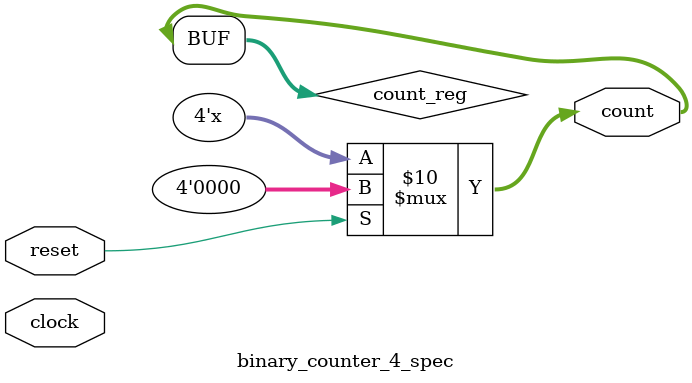
<source format=v>
module binary_counter_4_spec(input [0:0] clock, input [0:0] reset, output [3:0] count);
    reg [3:0] count_reg;
    
    always @(*) begin
        if (reset) begin // synchronous, positive edge reset
            count_reg = 4'b0000;
        end else if (clock) begin // increment on clock edge
            count_reg = count_reg + 1;
        end
    end

    assign count = count_reg;
endmodule

</source>
